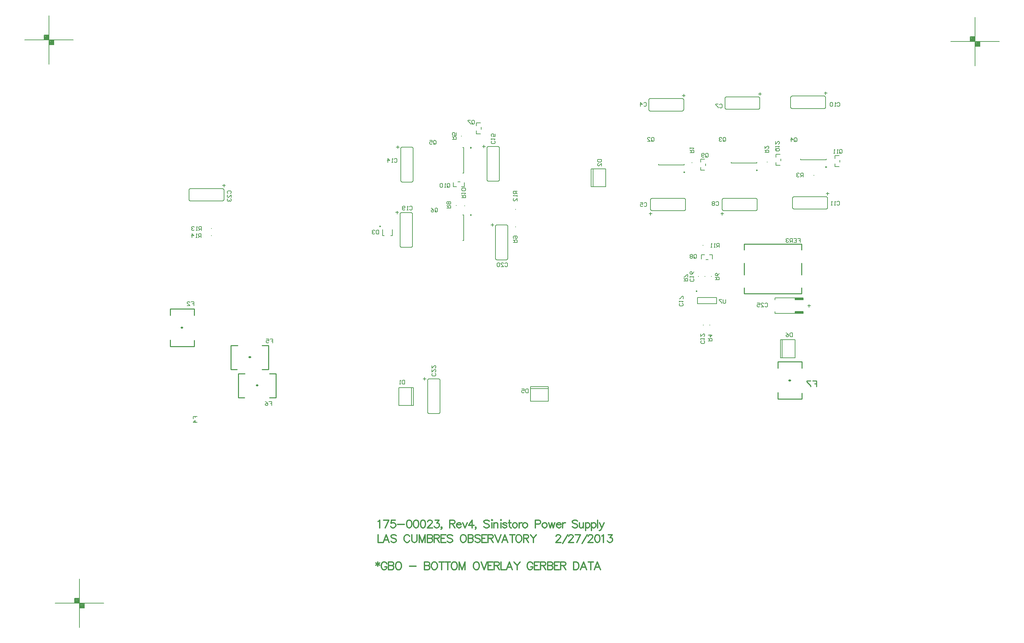
<source format=gbo>
%FSLAX23Y23*%
%MOIN*%
G70*
G01*
G75*
G04 Layer_Color=32896*
%ADD10O,0.024X0.079*%
%ADD11R,0.050X0.050*%
%ADD12O,0.014X0.067*%
%ADD13R,0.059X0.039*%
%ADD14R,0.036X0.036*%
%ADD15R,0.209X0.079*%
%ADD16C,0.010*%
%ADD17C,0.025*%
%ADD18C,0.050*%
%ADD19C,0.020*%
%ADD20C,0.100*%
%ADD21C,0.007*%
%ADD22C,0.012*%
%ADD23C,0.008*%
%ADD24C,0.012*%
%ADD25C,0.012*%
%ADD26R,0.100X0.100*%
%ADD27C,0.100*%
%ADD28R,0.100X0.100*%
%ADD29C,0.020*%
%ADD30C,0.063*%
%ADD31R,0.063X0.063*%
%ADD32C,0.070*%
%ADD33C,0.110*%
%ADD34R,0.110X0.110*%
%ADD35C,0.079*%
%ADD36C,0.059*%
%ADD37C,0.080*%
%ADD38C,0.065*%
%ADD39R,0.059X0.059*%
%ADD40R,0.059X0.059*%
%ADD41C,0.120*%
%ADD42R,0.120X0.120*%
%ADD43R,0.079X0.079*%
%ADD44R,0.079X0.079*%
%ADD45C,0.197*%
%ADD46C,0.157*%
%ADD47C,0.024*%
%ADD48C,0.050*%
%ADD49C,0.040*%
%ADD50C,0.005*%
G04:AMPARAMS|DCode=51|XSize=120mil|YSize=120mil|CornerRadius=0mil|HoleSize=0mil|Usage=FLASHONLY|Rotation=0.000|XOffset=0mil|YOffset=0mil|HoleType=Round|Shape=Relief|Width=10mil|Gap=10mil|Entries=4|*
%AMTHD51*
7,0,0,0.120,0.100,0.010,45*
%
%ADD51THD51*%
%ADD52C,0.030*%
%ADD53C,0.059*%
%ADD54C,0.060*%
G04:AMPARAMS|DCode=55|XSize=100mil|YSize=100mil|CornerRadius=0mil|HoleSize=0mil|Usage=FLASHONLY|Rotation=0.000|XOffset=0mil|YOffset=0mil|HoleType=Round|Shape=Relief|Width=10mil|Gap=10mil|Entries=4|*
%AMTHD55*
7,0,0,0.100,0.080,0.010,45*
%
%ADD55THD55*%
%ADD56C,0.091*%
%ADD57C,0.067*%
%ADD58C,0.170*%
%ADD59C,0.072*%
G04:AMPARAMS|DCode=60|XSize=112mil|YSize=112mil|CornerRadius=0mil|HoleSize=0mil|Usage=FLASHONLY|Rotation=0.000|XOffset=0mil|YOffset=0mil|HoleType=Round|Shape=Relief|Width=10mil|Gap=10mil|Entries=4|*
%AMTHD60*
7,0,0,0.112,0.092,0.010,45*
%
%ADD60THD60*%
%ADD61C,0.059*%
%ADD62C,0.055*%
G04:AMPARAMS|DCode=63|XSize=95.433mil|YSize=95.433mil|CornerRadius=0mil|HoleSize=0mil|Usage=FLASHONLY|Rotation=0.000|XOffset=0mil|YOffset=0mil|HoleType=Round|Shape=Relief|Width=10mil|Gap=10mil|Entries=4|*
%AMTHD63*
7,0,0,0.095,0.075,0.010,45*
%
%ADD63THD63*%
%ADD64C,0.090*%
G04:AMPARAMS|DCode=65|XSize=107.244mil|YSize=107.244mil|CornerRadius=0mil|HoleSize=0mil|Usage=FLASHONLY|Rotation=0.000|XOffset=0mil|YOffset=0mil|HoleType=Round|Shape=Relief|Width=10mil|Gap=10mil|Entries=4|*
%AMTHD65*
7,0,0,0.107,0.087,0.010,45*
%
%ADD65THD65*%
%ADD66C,0.145*%
%ADD67C,0.186*%
G04:AMPARAMS|DCode=68|XSize=70mil|YSize=70mil|CornerRadius=0mil|HoleSize=0mil|Usage=FLASHONLY|Rotation=0.000|XOffset=0mil|YOffset=0mil|HoleType=Round|Shape=Relief|Width=10mil|Gap=10mil|Entries=4|*
%AMTHD68*
7,0,0,0.070,0.050,0.010,45*
%
%ADD68THD68*%
%ADD69C,0.048*%
G04:AMPARAMS|DCode=70|XSize=88mil|YSize=88mil|CornerRadius=0mil|HoleSize=0mil|Usage=FLASHONLY|Rotation=0.000|XOffset=0mil|YOffset=0mil|HoleType=Round|Shape=Relief|Width=10mil|Gap=10mil|Entries=4|*
%AMTHD70*
7,0,0,0.088,0.068,0.010,45*
%
%ADD70THD70*%
%ADD71C,0.008*%
G04:AMPARAMS|DCode=72|XSize=99.37mil|YSize=99.37mil|CornerRadius=0mil|HoleSize=0mil|Usage=FLASHONLY|Rotation=0.000|XOffset=0mil|YOffset=0mil|HoleType=Round|Shape=Relief|Width=10mil|Gap=10mil|Entries=4|*
%AMTHD72*
7,0,0,0.099,0.079,0.010,45*
%
%ADD72THD72*%
%ADD73R,0.268X0.272*%
%ADD74R,0.037X0.075*%
%ADD75R,0.035X0.037*%
%ADD76R,0.035X0.037*%
%ADD77R,0.102X0.094*%
%ADD78R,0.063X0.075*%
%ADD79O,0.028X0.098*%
%ADD80R,0.036X0.032*%
%ADD81R,0.150X0.106*%
%ADD82R,0.050X0.050*%
%ADD83R,0.036X0.036*%
%ADD84R,0.272X0.268*%
%ADD85R,0.075X0.037*%
%ADD86R,0.032X0.036*%
%ADD87R,0.079X0.209*%
%ADD88C,0.010*%
%ADD89C,0.010*%
%ADD90C,0.024*%
%ADD91C,0.020*%
%ADD92C,0.030*%
%ADD93C,0.015*%
%ADD94C,0.007*%
%ADD95C,0.006*%
%ADD96C,0.012*%
%ADD97C,0.006*%
%ADD98R,0.043X0.008*%
%ADD99R,0.257X0.184*%
%ADD100O,0.028X0.083*%
%ADD101R,0.054X0.054*%
%ADD102O,0.018X0.071*%
%ADD103R,0.063X0.043*%
%ADD104R,0.040X0.040*%
%ADD105R,0.213X0.083*%
%ADD106R,0.104X0.104*%
%ADD107C,0.104*%
%ADD108R,0.104X0.104*%
%ADD109C,0.067*%
%ADD110R,0.067X0.067*%
%ADD111C,0.074*%
%ADD112C,0.114*%
%ADD113R,0.114X0.114*%
%ADD114C,0.083*%
%ADD115C,0.063*%
%ADD116C,0.084*%
%ADD117C,0.069*%
%ADD118R,0.063X0.063*%
%ADD119R,0.063X0.063*%
%ADD120C,0.124*%
%ADD121R,0.124X0.124*%
%ADD122R,0.083X0.083*%
%ADD123R,0.083X0.083*%
%ADD124C,0.190*%
%ADD125C,0.161*%
%ADD126C,0.028*%
%ADD127C,0.054*%
%ADD128R,0.332X0.120*%
%ADD129R,1.912X0.311*%
%ADD130R,0.272X0.276*%
%ADD131R,0.041X0.079*%
%ADD132R,0.039X0.041*%
%ADD133R,0.039X0.041*%
%ADD134R,0.106X0.098*%
%ADD135R,0.067X0.079*%
%ADD136O,0.032X0.102*%
%ADD137R,0.040X0.036*%
%ADD138R,0.154X0.110*%
%ADD139R,0.054X0.054*%
%ADD140R,0.040X0.040*%
%ADD141R,0.276X0.272*%
%ADD142R,0.079X0.041*%
%ADD143R,0.036X0.040*%
%ADD144R,0.083X0.213*%
%ADD145R,0.082X0.020*%
D16*
X23722Y17258D02*
X24312D01*
Y17318D01*
X23722Y17258D02*
Y17318D01*
Y17768D02*
X24312D01*
Y17708D02*
Y17768D01*
X23722Y17708D02*
Y17768D01*
Y17453D02*
Y17573D01*
X24312Y17453D02*
Y17573D01*
X24424Y16361D02*
X24464D01*
Y16331D01*
X24444D01*
X24464D01*
Y16301D01*
X24404Y16361D02*
X24364D01*
Y16351D01*
X24404Y16311D01*
Y16301D01*
D21*
X24389Y17120D02*
Y17150D01*
X24374Y17135D02*
X24404D01*
X24544Y19322D02*
X24574D01*
X24559Y19307D02*
Y19337D01*
X18375Y18356D02*
Y18386D01*
X18360Y18371D02*
X18390D01*
X20422Y16383D02*
X20452D01*
X20437Y16368D02*
Y16398D01*
X21119Y17966D02*
X21149D01*
X21134Y17951D02*
Y17981D01*
X20139Y18094D02*
X20169D01*
X20154Y18079D02*
Y18109D01*
X21032Y18773D02*
X21062D01*
X21047Y18758D02*
Y18788D01*
X20146Y18766D02*
X20176D01*
X20161Y18751D02*
Y18781D01*
X24579Y18273D02*
Y18303D01*
X24564Y18288D02*
X24594D01*
X23496Y18066D02*
Y18096D01*
X23481Y18081D02*
X23511D01*
X23884Y19298D02*
Y19328D01*
X23869Y19313D02*
X23899D01*
X22759Y18066D02*
Y18096D01*
X22744Y18081D02*
X22774D01*
X23102Y19281D02*
Y19311D01*
X23087Y19296D02*
X23117D01*
X24237Y18830D02*
Y18856D01*
X24244Y18863D01*
X24257D01*
X24264Y18856D01*
Y18830D01*
X24257Y18823D01*
X24244D01*
X24251Y18836D02*
X24237Y18823D01*
X24244D02*
X24237Y18830D01*
X24204Y18823D02*
Y18863D01*
X24224Y18843D01*
X24198D01*
X19964Y17913D02*
Y17873D01*
X19944D01*
X19938Y17880D01*
Y17906D01*
X19944Y17913D01*
X19964D01*
X19924Y17906D02*
X19918Y17913D01*
X19904D01*
X19898Y17906D01*
Y17900D01*
X19904Y17893D01*
X19911D01*
X19904D01*
X19898Y17886D01*
Y17880D01*
X19904Y17873D01*
X19918D01*
X19924Y17880D01*
X24051Y18751D02*
X24077D01*
X24084Y18744D01*
Y18731D01*
X24077Y18724D01*
X24051D01*
X24044Y18731D01*
Y18744D01*
X24057Y18737D02*
X24044Y18751D01*
Y18744D02*
X24051Y18751D01*
X24044Y18764D02*
Y18777D01*
Y18771D01*
X24084D01*
X24077Y18764D01*
X24044Y18824D02*
Y18797D01*
X24071Y18824D01*
X24077D01*
X24084Y18817D01*
Y18804D01*
X24077Y18797D01*
X23937Y17155D02*
X23943Y17162D01*
X23956D01*
X23963Y17155D01*
Y17129D01*
X23956Y17122D01*
X23943D01*
X23937Y17129D01*
X23897Y17122D02*
X23923D01*
X23897Y17149D01*
Y17155D01*
X23903Y17162D01*
X23917D01*
X23923Y17155D01*
X23857Y17162D02*
X23883D01*
Y17142D01*
X23870Y17149D01*
X23863D01*
X23857Y17142D01*
Y17129D01*
X23863Y17122D01*
X23877D01*
X23883Y17129D01*
X18059Y15971D02*
Y15997D01*
X18079D01*
Y15984D01*
Y15997D01*
X18099D01*
Y15937D02*
X18059D01*
X18079Y15957D01*
Y15931D01*
X23531Y17200D02*
Y17167D01*
X23524Y17160D01*
X23511D01*
X23504Y17167D01*
Y17200D01*
X23491D02*
X23465D01*
Y17193D01*
X23491Y17167D01*
Y17160D01*
X20232Y16370D02*
Y16330D01*
X20212D01*
X20205Y16336D01*
Y16363D01*
X20212Y16370D01*
X20232D01*
X20192Y16330D02*
X20179D01*
X20185D01*
Y16370D01*
X20192Y16363D01*
X24271Y17827D02*
X24298D01*
Y17807D01*
X24285D01*
X24298D01*
Y17787D01*
X24232Y17827D02*
X24258D01*
Y17787D01*
X24232D01*
X24258Y17807D02*
X24245D01*
X24218Y17787D02*
Y17827D01*
X24198D01*
X24192Y17820D01*
Y17807D01*
X24198Y17800D01*
X24218D01*
X24205D02*
X24192Y17787D01*
X24178Y17820D02*
X24172Y17827D01*
X24158D01*
X24152Y17820D01*
Y17814D01*
X24158Y17807D01*
X24165D01*
X24158D01*
X24152Y17800D01*
Y17794D01*
X24158Y17787D01*
X24172D01*
X24178Y17794D01*
X18138Y17836D02*
Y17876D01*
X18118D01*
X18111Y17869D01*
Y17856D01*
X18118Y17849D01*
X18138D01*
X18125D02*
X18111Y17836D01*
X18098D02*
X18085D01*
X18092D01*
Y17876D01*
X18098Y17869D01*
X18045Y17836D02*
Y17876D01*
X18065Y17856D01*
X18038D01*
X18142Y17909D02*
Y17949D01*
X18122D01*
X18115Y17942D01*
Y17929D01*
X18122Y17922D01*
X18142D01*
X18129D02*
X18115Y17909D01*
X18102D02*
X18089D01*
X18096D01*
Y17949D01*
X18102Y17942D01*
X18069D02*
X18062Y17949D01*
X18049D01*
X18042Y17942D01*
Y17936D01*
X18049Y17929D01*
X18056D01*
X18049D01*
X18042Y17922D01*
Y17916D01*
X18049Y17909D01*
X18062D01*
X18069Y17916D01*
X21389Y18311D02*
X21349D01*
Y18291D01*
X21356Y18284D01*
X21369D01*
X21376Y18291D01*
Y18311D01*
Y18298D02*
X21389Y18284D01*
Y18271D02*
Y18258D01*
Y18264D01*
X21349D01*
X21356Y18271D01*
X21389Y18211D02*
Y18238D01*
X21363Y18211D01*
X21356D01*
X21349Y18218D01*
Y18231D01*
X21356Y18238D01*
X23466Y17735D02*
Y17775D01*
X23446D01*
X23440Y17768D01*
Y17755D01*
X23446Y17748D01*
X23466D01*
X23453D02*
X23440Y17735D01*
X23426D02*
X23413D01*
X23420D01*
Y17775D01*
X23426Y17768D01*
X23393Y17735D02*
X23380D01*
X23386D01*
Y17775D01*
X23393Y17768D01*
X20820Y18244D02*
X20860D01*
Y18264D01*
X20853Y18271D01*
X20840D01*
X20833Y18264D01*
Y18244D01*
Y18257D02*
X20820Y18271D01*
Y18284D02*
Y18297D01*
Y18291D01*
X20860D01*
X20853Y18284D01*
Y18317D02*
X20860Y18324D01*
Y18337D01*
X20853Y18344D01*
X20827D01*
X20820Y18337D01*
Y18324D01*
X20827Y18317D01*
X20853D01*
X21349Y17785D02*
X21389D01*
Y17805D01*
X21382Y17812D01*
X21369D01*
X21362Y17805D01*
Y17785D01*
Y17798D02*
X21349Y17812D01*
X21356Y17825D02*
X21349Y17832D01*
Y17845D01*
X21356Y17852D01*
X21382D01*
X21389Y17845D01*
Y17832D01*
X21382Y17825D01*
X21376D01*
X21369Y17832D01*
Y17852D01*
X20665Y18139D02*
X20705D01*
Y18159D01*
X20698Y18166D01*
X20685D01*
X20678Y18159D01*
Y18139D01*
Y18152D02*
X20665Y18166D01*
X20698Y18179D02*
X20705Y18186D01*
Y18199D01*
X20698Y18206D01*
X20692D01*
X20685Y18199D01*
X20678Y18206D01*
X20672D01*
X20665Y18199D01*
Y18186D01*
X20672Y18179D01*
X20678D01*
X20685Y18186D01*
X20692Y18179D01*
X20698D01*
X20685Y18186D02*
Y18199D01*
X23101Y17388D02*
X23141D01*
Y17408D01*
X23134Y17415D01*
X23121D01*
X23114Y17408D01*
Y17388D01*
Y17401D02*
X23101Y17415D01*
X23141Y17428D02*
Y17455D01*
X23134D01*
X23108Y17428D01*
X23101D01*
X23427Y17402D02*
X23467D01*
Y17422D01*
X23460Y17429D01*
X23447D01*
X23440Y17422D01*
Y17402D01*
Y17415D02*
X23427Y17429D01*
X23467Y17469D02*
X23460Y17455D01*
X23447Y17442D01*
X23434D01*
X23427Y17449D01*
Y17462D01*
X23434Y17469D01*
X23440D01*
X23447Y17462D01*
Y17442D01*
X20723Y18847D02*
X20763D01*
Y18867D01*
X20756Y18874D01*
X20743D01*
X20736Y18867D01*
Y18847D01*
Y18860D02*
X20723Y18874D01*
X20763Y18914D02*
Y18887D01*
X20743D01*
X20750Y18900D01*
Y18907D01*
X20743Y18914D01*
X20730D01*
X20723Y18907D01*
Y18894D01*
X20730Y18887D01*
X23934Y18711D02*
X23974D01*
Y18731D01*
X23967Y18737D01*
X23954D01*
X23947Y18731D01*
Y18711D01*
Y18724D02*
X23934Y18737D01*
Y18777D02*
Y18751D01*
X23960Y18777D01*
X23967D01*
X23974Y18771D01*
Y18757D01*
X23967Y18751D01*
X23166Y18710D02*
X23206D01*
Y18730D01*
X23200Y18737D01*
X23186D01*
X23180Y18730D01*
Y18710D01*
Y18723D02*
X23166Y18737D01*
Y18750D02*
Y18763D01*
Y18757D01*
X23206D01*
X23200Y18750D01*
X23324Y18670D02*
Y18696D01*
X23331Y18703D01*
X23344D01*
X23351Y18696D01*
Y18670D01*
X23344Y18663D01*
X23331D01*
X23338Y18676D02*
X23324Y18663D01*
X23331D02*
X23324Y18670D01*
X23311D02*
X23305Y18663D01*
X23291D01*
X23285Y18670D01*
Y18696D01*
X23291Y18703D01*
X23305D01*
X23311Y18696D01*
Y18690D01*
X23305Y18683D01*
X23285D01*
X23205Y17629D02*
Y17655D01*
X23212Y17662D01*
X23225D01*
X23232Y17655D01*
Y17629D01*
X23225Y17622D01*
X23212D01*
X23219Y17635D02*
X23205Y17622D01*
X23212D02*
X23205Y17629D01*
X23192Y17655D02*
X23186Y17662D01*
X23172D01*
X23166Y17655D01*
Y17649D01*
X23172Y17642D01*
X23166Y17635D01*
Y17629D01*
X23172Y17622D01*
X23186D01*
X23192Y17629D01*
Y17635D01*
X23186Y17642D01*
X23192Y17649D01*
Y17655D01*
X23186Y17642D02*
X23172D01*
X20921Y19008D02*
Y19034D01*
X20928Y19041D01*
X20941D01*
X20948Y19034D01*
Y19008D01*
X20941Y19001D01*
X20928D01*
X20935Y19014D02*
X20921Y19001D01*
X20928D02*
X20921Y19008D01*
X20908Y19041D02*
X20882D01*
Y19034D01*
X20908Y19008D01*
Y19001D01*
X20544Y18105D02*
Y18131D01*
X20550Y18138D01*
X20563D01*
X20570Y18131D01*
Y18105D01*
X20563Y18098D01*
X20550D01*
X20557Y18111D02*
X20544Y18098D01*
X20550D02*
X20544Y18105D01*
X20504Y18138D02*
X20517Y18131D01*
X20530Y18118D01*
Y18105D01*
X20524Y18098D01*
X20510D01*
X20504Y18105D01*
Y18111D01*
X20510Y18118D01*
X20530D01*
X20528Y18801D02*
Y18827D01*
X20534Y18834D01*
X20547D01*
X20554Y18827D01*
Y18801D01*
X20547Y18794D01*
X20534D01*
X20541Y18807D02*
X20528Y18794D01*
X20534D02*
X20528Y18801D01*
X20488Y18834D02*
X20514D01*
Y18814D01*
X20501Y18821D01*
X20494D01*
X20488Y18814D01*
Y18801D01*
X20494Y18794D01*
X20508D01*
X20514Y18801D01*
X23506Y18831D02*
Y18857D01*
X23513Y18864D01*
X23526D01*
X23533Y18857D01*
Y18831D01*
X23526Y18824D01*
X23513D01*
X23519Y18837D02*
X23506Y18824D01*
X23513D02*
X23506Y18831D01*
X23493Y18857D02*
X23486Y18864D01*
X23473D01*
X23466Y18857D01*
Y18851D01*
X23473Y18844D01*
X23479D01*
X23473D01*
X23466Y18837D01*
Y18831D01*
X23473Y18824D01*
X23486D01*
X23493Y18831D01*
X22770Y18832D02*
Y18858D01*
X22776Y18865D01*
X22789D01*
X22796Y18858D01*
Y18832D01*
X22789Y18825D01*
X22776D01*
X22783Y18838D02*
X22770Y18825D01*
X22776D02*
X22770Y18832D01*
X22730Y18825D02*
X22756D01*
X22730Y18852D01*
Y18858D01*
X22736Y18865D01*
X22750D01*
X22756Y18858D01*
X24218Y16857D02*
Y16817D01*
X24198D01*
X24191Y16824D01*
Y16850D01*
X24198Y16857D01*
X24218D01*
X24152D02*
X24165Y16850D01*
X24178Y16837D01*
Y16824D01*
X24172Y16817D01*
X24158D01*
X24152Y16824D01*
Y16830D01*
X24158Y16837D01*
X24178D01*
X21503Y16278D02*
Y16238D01*
X21483D01*
X21476Y16245D01*
Y16271D01*
X21483Y16278D01*
X21503D01*
X21437D02*
X21463D01*
Y16258D01*
X21450Y16265D01*
X21443D01*
X21437Y16258D01*
Y16245D01*
X21443Y16238D01*
X21457D01*
X21463Y16245D01*
X22217Y18639D02*
X22257D01*
Y18619D01*
X22250Y18613D01*
X22224D01*
X22217Y18619D01*
Y18639D01*
X22257Y18573D02*
Y18599D01*
X22230Y18573D01*
X22224D01*
X22217Y18579D01*
Y18593D01*
X22224Y18599D01*
X18415Y18289D02*
X18408Y18296D01*
Y18309D01*
X18415Y18316D01*
X18441D01*
X18448Y18309D01*
Y18296D01*
X18441Y18289D01*
X18448Y18249D02*
Y18276D01*
X18421Y18249D01*
X18415D01*
X18408Y18256D01*
Y18269D01*
X18415Y18276D01*
Y18236D02*
X18408Y18229D01*
Y18216D01*
X18415Y18209D01*
X18421D01*
X18428Y18216D01*
Y18222D01*
Y18216D01*
X18435Y18209D01*
X18441D01*
X18448Y18216D01*
Y18229D01*
X18441Y18236D01*
X20546Y16439D02*
X20553Y16432D01*
Y16419D01*
X20546Y16412D01*
X20520D01*
X20513Y16419D01*
Y16432D01*
X20520Y16439D01*
X20513Y16479D02*
Y16452D01*
X20540Y16479D01*
X20546D01*
X20553Y16472D01*
Y16459D01*
X20546Y16452D01*
X20513Y16519D02*
Y16492D01*
X20540Y16519D01*
X20546D01*
X20553Y16512D01*
Y16499D01*
X20546Y16492D01*
X21263Y17570D02*
X21269Y17577D01*
X21282D01*
X21289Y17570D01*
Y17544D01*
X21282Y17537D01*
X21269D01*
X21263Y17544D01*
X21223Y17537D02*
X21249D01*
X21223Y17564D01*
Y17570D01*
X21229Y17577D01*
X21243D01*
X21249Y17570D01*
X21209D02*
X21203Y17577D01*
X21189D01*
X21183Y17570D01*
Y17544D01*
X21189Y17537D01*
X21203D01*
X21209Y17544D01*
Y17570D01*
X20282Y18153D02*
X20289Y18160D01*
X20302D01*
X20309Y18153D01*
Y18127D01*
X20302Y18120D01*
X20289D01*
X20282Y18127D01*
X20269Y18120D02*
X20256D01*
X20263D01*
Y18160D01*
X20269Y18153D01*
X20236Y18127D02*
X20229Y18120D01*
X20216D01*
X20209Y18127D01*
Y18153D01*
X20216Y18160D01*
X20229D01*
X20236Y18153D01*
Y18147D01*
X20229Y18140D01*
X20209D01*
X23087Y17159D02*
X23094Y17152D01*
Y17139D01*
X23087Y17132D01*
X23061D01*
X23054Y17139D01*
Y17152D01*
X23061Y17159D01*
X23054Y17172D02*
Y17185D01*
Y17179D01*
X23094D01*
X23087Y17172D01*
X23094Y17205D02*
Y17232D01*
X23087D01*
X23061Y17205D01*
X23054D01*
X23199Y17412D02*
X23206Y17405D01*
Y17392D01*
X23199Y17385D01*
X23173D01*
X23166Y17392D01*
Y17405D01*
X23173Y17412D01*
X23166Y17425D02*
Y17438D01*
Y17432D01*
X23206D01*
X23199Y17425D01*
X23206Y17485D02*
X23199Y17472D01*
X23186Y17458D01*
X23173D01*
X23166Y17465D01*
Y17478D01*
X23173Y17485D01*
X23179D01*
X23186Y17478D01*
Y17458D01*
X21154Y18828D02*
X21161Y18821D01*
Y18808D01*
X21154Y18801D01*
X21128D01*
X21121Y18808D01*
Y18821D01*
X21128Y18828D01*
X21121Y18841D02*
Y18854D01*
Y18848D01*
X21161D01*
X21154Y18841D01*
X21161Y18901D02*
Y18874D01*
X21141D01*
X21148Y18888D01*
Y18894D01*
X21141Y18901D01*
X21128D01*
X21121Y18894D01*
Y18881D01*
X21128Y18874D01*
X20125Y18642D02*
X20132Y18649D01*
X20145D01*
X20152Y18642D01*
Y18616D01*
X20145Y18609D01*
X20132D01*
X20125Y18616D01*
X20112Y18609D02*
X20099D01*
X20106D01*
Y18649D01*
X20112Y18642D01*
X20059Y18609D02*
Y18649D01*
X20079Y18629D01*
X20052D01*
X23310Y16774D02*
X23317Y16767D01*
Y16754D01*
X23310Y16747D01*
X23284D01*
X23277Y16754D01*
Y16767D01*
X23284Y16774D01*
X23277Y16787D02*
Y16800D01*
Y16794D01*
X23317D01*
X23310Y16787D01*
X23277Y16847D02*
Y16820D01*
X23304Y16847D01*
X23310D01*
X23317Y16840D01*
Y16827D01*
X23310Y16820D01*
X24676Y18201D02*
X24683Y18208D01*
X24696D01*
X24703Y18201D01*
Y18175D01*
X24696Y18168D01*
X24683D01*
X24676Y18175D01*
X24663Y18168D02*
X24650D01*
X24656D01*
Y18208D01*
X24663Y18201D01*
X24630Y18168D02*
X24616D01*
X24623D01*
Y18208D01*
X24630Y18201D01*
X23431Y18198D02*
X23438Y18205D01*
X23451D01*
X23458Y18198D01*
Y18172D01*
X23451Y18165D01*
X23438D01*
X23431Y18172D01*
X23418Y18198D02*
X23412Y18205D01*
X23398D01*
X23392Y18198D01*
Y18192D01*
X23398Y18185D01*
X23392Y18178D01*
Y18172D01*
X23398Y18165D01*
X23412D01*
X23418Y18172D01*
Y18178D01*
X23412Y18185D01*
X23418Y18192D01*
Y18198D01*
X23412Y18185D02*
X23398D01*
X23469Y19201D02*
X23476Y19208D01*
X23489D01*
X23496Y19201D01*
Y19175D01*
X23489Y19168D01*
X23476D01*
X23469Y19175D01*
X23456Y19208D02*
X23430D01*
Y19201D01*
X23456Y19175D01*
Y19168D01*
X22694Y18189D02*
X22700Y18196D01*
X22713D01*
X22720Y18189D01*
Y18163D01*
X22713Y18156D01*
X22700D01*
X22694Y18163D01*
X22654Y18196D02*
X22680D01*
Y18176D01*
X22667Y18183D01*
X22660D01*
X22654Y18176D01*
Y18163D01*
X22660Y18156D01*
X22674D01*
X22680Y18163D01*
X22691Y19218D02*
X22697Y19225D01*
X22710D01*
X22717Y19218D01*
Y19192D01*
X22710Y19185D01*
X22697D01*
X22691Y19192D01*
X22657Y19185D02*
Y19225D01*
X22677Y19205D01*
X22651D01*
X24328Y18460D02*
Y18500D01*
X24308D01*
X24302Y18493D01*
Y18480D01*
X24308Y18473D01*
X24328D01*
X24315D02*
X24302Y18460D01*
X24288Y18493D02*
X24282Y18500D01*
X24268D01*
X24262Y18493D01*
Y18487D01*
X24268Y18480D01*
X24275D01*
X24268D01*
X24262Y18473D01*
Y18467D01*
X24268Y18460D01*
X24282D01*
X24288Y18467D01*
X23353Y16772D02*
X23393D01*
Y16792D01*
X23386Y16799D01*
X23373D01*
X23366Y16792D01*
Y16772D01*
Y16785D02*
X23353Y16799D01*
Y16832D02*
X23393D01*
X23373Y16812D01*
Y16839D01*
X18037Y17175D02*
X18064D01*
Y17155D01*
X18050D01*
X18064D01*
Y17135D01*
X17997D02*
X18024D01*
X17997Y17162D01*
Y17169D01*
X18004Y17175D01*
X18017D01*
X18024Y17169D01*
X18848Y16791D02*
X18875D01*
Y16771D01*
X18862D01*
X18875D01*
Y16751D01*
X18809Y16791D02*
X18835D01*
Y16771D01*
X18822Y16778D01*
X18815D01*
X18809Y16771D01*
Y16758D01*
X18815Y16751D01*
X18829D01*
X18835Y16758D01*
X18837Y16150D02*
X18864D01*
Y16130D01*
X18851D01*
X18864D01*
Y16110D01*
X18798Y16150D02*
X18811Y16143D01*
X18824Y16130D01*
Y16117D01*
X18818Y16110D01*
X18804D01*
X18798Y16117D01*
Y16123D01*
X18804Y16130D01*
X18824D01*
X20670Y18359D02*
Y18385D01*
X20676Y18392D01*
X20689D01*
X20696Y18385D01*
Y18359D01*
X20689Y18352D01*
X20676D01*
X20683Y18365D02*
X20670Y18352D01*
X20676D02*
X20670Y18359D01*
X20656Y18352D02*
X20643D01*
X20650D01*
Y18392D01*
X20656Y18385D01*
X20623D02*
X20616Y18392D01*
X20603D01*
X20596Y18385D01*
Y18359D01*
X20603Y18352D01*
X20616D01*
X20623Y18359D01*
Y18385D01*
X24702Y18708D02*
Y18734D01*
X24709Y18741D01*
X24722D01*
X24729Y18734D01*
Y18708D01*
X24722Y18701D01*
X24709D01*
X24716Y18714D02*
X24702Y18701D01*
X24709D02*
X24702Y18708D01*
X24689Y18701D02*
X24676D01*
X24683D01*
Y18741D01*
X24689Y18734D01*
X24656Y18701D02*
X24643D01*
X24649D01*
Y18741D01*
X24656Y18734D01*
D22*
X19956Y14499D02*
Y14454D01*
X19937Y14488D02*
X19975Y14465D01*
Y14488D02*
X19937Y14465D01*
X20049Y14480D02*
X20045Y14488D01*
X20037Y14496D01*
X20030Y14499D01*
X20014D01*
X20007Y14496D01*
X19999Y14488D01*
X19995Y14480D01*
X19991Y14469D01*
Y14450D01*
X19995Y14439D01*
X19999Y14431D01*
X20007Y14423D01*
X20014Y14419D01*
X20030D01*
X20037Y14423D01*
X20045Y14431D01*
X20049Y14439D01*
Y14450D01*
X20030D02*
X20049D01*
X20067Y14499D02*
Y14419D01*
Y14499D02*
X20101D01*
X20113Y14496D01*
X20116Y14492D01*
X20120Y14484D01*
Y14477D01*
X20116Y14469D01*
X20113Y14465D01*
X20101Y14461D01*
X20067D02*
X20101D01*
X20113Y14458D01*
X20116Y14454D01*
X20120Y14446D01*
Y14435D01*
X20116Y14427D01*
X20113Y14423D01*
X20101Y14419D01*
X20067D01*
X20161Y14499D02*
X20153Y14496D01*
X20146Y14488D01*
X20142Y14480D01*
X20138Y14469D01*
Y14450D01*
X20142Y14439D01*
X20146Y14431D01*
X20153Y14423D01*
X20161Y14419D01*
X20176D01*
X20184Y14423D01*
X20191Y14431D01*
X20195Y14439D01*
X20199Y14450D01*
Y14469D01*
X20195Y14480D01*
X20191Y14488D01*
X20184Y14496D01*
X20176Y14499D01*
X20161D01*
X20281Y14454D02*
X20349D01*
X20436Y14499D02*
Y14419D01*
Y14499D02*
X20470D01*
X20481Y14496D01*
X20485Y14492D01*
X20489Y14484D01*
Y14477D01*
X20485Y14469D01*
X20481Y14465D01*
X20470Y14461D01*
X20436D02*
X20470D01*
X20481Y14458D01*
X20485Y14454D01*
X20489Y14446D01*
Y14435D01*
X20485Y14427D01*
X20481Y14423D01*
X20470Y14419D01*
X20436D01*
X20530Y14499D02*
X20522Y14496D01*
X20514Y14488D01*
X20511Y14480D01*
X20507Y14469D01*
Y14450D01*
X20511Y14439D01*
X20514Y14431D01*
X20522Y14423D01*
X20530Y14419D01*
X20545D01*
X20553Y14423D01*
X20560Y14431D01*
X20564Y14439D01*
X20568Y14450D01*
Y14469D01*
X20564Y14480D01*
X20560Y14488D01*
X20553Y14496D01*
X20545Y14499D01*
X20530D01*
X20613D02*
Y14419D01*
X20586Y14499D02*
X20640D01*
X20676D02*
Y14419D01*
X20649Y14499D02*
X20703D01*
X20735D02*
X20727Y14496D01*
X20720Y14488D01*
X20716Y14480D01*
X20712Y14469D01*
Y14450D01*
X20716Y14439D01*
X20720Y14431D01*
X20727Y14423D01*
X20735Y14419D01*
X20750D01*
X20758Y14423D01*
X20765Y14431D01*
X20769Y14439D01*
X20773Y14450D01*
Y14469D01*
X20769Y14480D01*
X20765Y14488D01*
X20758Y14496D01*
X20750Y14499D01*
X20735D01*
X20792D02*
Y14419D01*
Y14499D02*
X20822Y14419D01*
X20853Y14499D02*
X20822Y14419D01*
X20853Y14499D02*
Y14419D01*
X20961Y14499D02*
X20954Y14496D01*
X20946Y14488D01*
X20942Y14480D01*
X20938Y14469D01*
Y14450D01*
X20942Y14439D01*
X20946Y14431D01*
X20954Y14423D01*
X20961Y14419D01*
X20976D01*
X20984Y14423D01*
X20992Y14431D01*
X20995Y14439D01*
X20999Y14450D01*
Y14469D01*
X20995Y14480D01*
X20992Y14488D01*
X20984Y14496D01*
X20976Y14499D01*
X20961D01*
X21018D02*
X21048Y14419D01*
X21079Y14499D02*
X21048Y14419D01*
X21139Y14499D02*
X21089D01*
Y14419D01*
X21139D01*
X21089Y14461D02*
X21120D01*
X21152Y14499D02*
Y14419D01*
Y14499D02*
X21186D01*
X21198Y14496D01*
X21202Y14492D01*
X21205Y14484D01*
Y14477D01*
X21202Y14469D01*
X21198Y14465D01*
X21186Y14461D01*
X21152D01*
X21179D02*
X21205Y14419D01*
X21223Y14499D02*
Y14419D01*
X21269D01*
X21339D02*
X21308Y14499D01*
X21278Y14419D01*
X21289Y14446D02*
X21327D01*
X21357Y14499D02*
X21388Y14461D01*
Y14419D01*
X21418Y14499D02*
X21388Y14461D01*
X21548Y14480D02*
X21545Y14488D01*
X21537Y14496D01*
X21529Y14499D01*
X21514D01*
X21507Y14496D01*
X21499Y14488D01*
X21495Y14480D01*
X21491Y14469D01*
Y14450D01*
X21495Y14439D01*
X21499Y14431D01*
X21507Y14423D01*
X21514Y14419D01*
X21529D01*
X21537Y14423D01*
X21545Y14431D01*
X21548Y14439D01*
Y14450D01*
X21529D02*
X21548D01*
X21616Y14499D02*
X21567D01*
Y14419D01*
X21616D01*
X21567Y14461D02*
X21597D01*
X21630Y14499D02*
Y14419D01*
Y14499D02*
X21664D01*
X21675Y14496D01*
X21679Y14492D01*
X21683Y14484D01*
Y14477D01*
X21679Y14469D01*
X21675Y14465D01*
X21664Y14461D01*
X21630D01*
X21656D02*
X21683Y14419D01*
X21701Y14499D02*
Y14419D01*
Y14499D02*
X21735D01*
X21747Y14496D01*
X21750Y14492D01*
X21754Y14484D01*
Y14477D01*
X21750Y14469D01*
X21747Y14465D01*
X21735Y14461D01*
X21701D02*
X21735D01*
X21747Y14458D01*
X21750Y14454D01*
X21754Y14446D01*
Y14435D01*
X21750Y14427D01*
X21747Y14423D01*
X21735Y14419D01*
X21701D01*
X21822Y14499D02*
X21772D01*
Y14419D01*
X21822D01*
X21772Y14461D02*
X21803D01*
X21835Y14499D02*
Y14419D01*
Y14499D02*
X21869D01*
X21881Y14496D01*
X21884Y14492D01*
X21888Y14484D01*
Y14477D01*
X21884Y14469D01*
X21881Y14465D01*
X21869Y14461D01*
X21835D01*
X21862D02*
X21888Y14419D01*
X21969Y14499D02*
Y14419D01*
Y14499D02*
X21996D01*
X22007Y14496D01*
X22015Y14488D01*
X22018Y14480D01*
X22022Y14469D01*
Y14450D01*
X22018Y14439D01*
X22015Y14431D01*
X22007Y14423D01*
X21996Y14419D01*
X21969D01*
X22101D02*
X22071Y14499D01*
X22040Y14419D01*
X22052Y14446D02*
X22090D01*
X22146Y14499D02*
Y14419D01*
X22120Y14499D02*
X22173D01*
X22244Y14419D02*
X22213Y14499D01*
X22183Y14419D01*
X22194Y14446D02*
X22232D01*
D23*
X24214Y19291D02*
X24204Y19287D01*
X24200Y19277D01*
Y19177D02*
X24204Y19167D01*
X24214Y19163D01*
X24544D02*
X24554Y19167D01*
X24558Y19177D01*
Y19277D02*
X24554Y19287D01*
X24544Y19291D01*
X18374Y18326D02*
X18370Y18336D01*
X18360Y18340D01*
Y18212D02*
X18370Y18216D01*
X18374Y18226D01*
X18016D02*
X18020Y18216D01*
X18030Y18212D01*
Y18340D02*
X18020Y18336D01*
X18016Y18326D01*
X20482Y16382D02*
X20472Y16378D01*
X20468Y16368D01*
X20596D02*
X20592Y16378D01*
X20582Y16382D01*
Y16024D02*
X20592Y16028D01*
X20596Y16038D01*
X20468D02*
X20472Y16028D01*
X20482Y16024D01*
X21179Y17965D02*
X21169Y17961D01*
X21165Y17951D01*
X21293D02*
X21289Y17961D01*
X21279Y17965D01*
Y17607D02*
X21289Y17611D01*
X21293Y17621D01*
X21165D02*
X21169Y17611D01*
X21179Y17607D01*
X20199Y18093D02*
X20189Y18089D01*
X20185Y18079D01*
X20313D02*
X20309Y18089D01*
X20299Y18093D01*
Y17735D02*
X20309Y17739D01*
X20313Y17749D01*
X20185D02*
X20189Y17739D01*
X20199Y17735D01*
X21092Y18772D02*
X21082Y18768D01*
X21078Y18758D01*
X21206D02*
X21202Y18768D01*
X21192Y18772D01*
Y18414D02*
X21202Y18418D01*
X21206Y18428D01*
X21078D02*
X21082Y18418D01*
X21092Y18414D01*
X20206Y18765D02*
X20196Y18761D01*
X20192Y18751D01*
X20320D02*
X20316Y18761D01*
X20306Y18765D01*
Y18407D02*
X20316Y18411D01*
X20320Y18421D01*
X20192D02*
X20196Y18411D01*
X20206Y18407D01*
X24578Y18243D02*
X24574Y18253D01*
X24564Y18257D01*
Y18129D02*
X24574Y18133D01*
X24578Y18143D01*
X24220D02*
X24224Y18133D01*
X24234Y18129D01*
Y18257D02*
X24224Y18253D01*
X24220Y18243D01*
X23497Y18126D02*
X23501Y18116D01*
X23511Y18112D01*
Y18240D02*
X23501Y18236D01*
X23497Y18226D01*
X23855D02*
X23851Y18236D01*
X23841Y18240D01*
Y18112D02*
X23851Y18116D01*
X23855Y18126D01*
X23883Y19268D02*
X23879Y19278D01*
X23869Y19282D01*
Y19154D02*
X23879Y19158D01*
X23883Y19168D01*
X23525D02*
X23529Y19158D01*
X23539Y19154D01*
Y19282D02*
X23529Y19278D01*
X23525Y19268D01*
X22760Y18126D02*
X22764Y18116D01*
X22774Y18112D01*
Y18240D02*
X22764Y18236D01*
X22760Y18226D01*
X23118D02*
X23114Y18236D01*
X23104Y18240D01*
Y18112D02*
X23114Y18116D01*
X23118Y18126D01*
X23101Y19251D02*
X23097Y19261D01*
X23087Y19265D01*
Y19137D02*
X23097Y19141D01*
X23101Y19151D01*
X22743D02*
X22747Y19141D01*
X22757Y19137D01*
Y19265D02*
X22747Y19261D01*
X22743Y19251D01*
X24247Y17195D02*
Y17215D01*
Y17055D02*
Y17075D01*
X24039Y17195D02*
Y17215D01*
X24329Y17195D02*
Y17215D01*
Y17055D02*
Y17075D01*
X24039Y17055D02*
Y17075D01*
X24247Y17195D02*
X24329D01*
X24247Y17075D02*
X24329D01*
X24039Y17215D02*
X24329D01*
X24039Y17055D02*
X24329D01*
X24200Y19177D02*
Y19277D01*
X24558Y19177D02*
Y19277D01*
X24214Y19291D02*
X24544D01*
X24214Y19163D02*
X24544D01*
X18030Y18212D02*
X18360D01*
X18030Y18340D02*
X18360D01*
X18374Y18226D02*
Y18326D01*
X18016Y18226D02*
Y18326D01*
X20596Y16038D02*
Y16368D01*
X20468Y16038D02*
Y16368D01*
X20482Y16382D02*
X20582D01*
X20482Y16024D02*
X20582D01*
X21293Y17621D02*
Y17951D01*
X21165Y17621D02*
Y17951D01*
X21179Y17965D02*
X21279D01*
X21179Y17607D02*
X21279D01*
X20313Y17749D02*
Y18079D01*
X20185Y17749D02*
Y18079D01*
X20199Y18093D02*
X20299D01*
X20199Y17735D02*
X20299D01*
X21206Y18428D02*
Y18758D01*
X21078Y18428D02*
Y18758D01*
X21092Y18772D02*
X21192D01*
X21092Y18414D02*
X21192D01*
X20320Y18421D02*
Y18751D01*
X20192Y18421D02*
Y18751D01*
X20206Y18765D02*
X20306D01*
X20206Y18407D02*
X20306D01*
X24234Y18129D02*
X24564D01*
X24234Y18257D02*
X24564D01*
X24578Y18143D02*
Y18243D01*
X24220Y18143D02*
Y18243D01*
X23511Y18240D02*
X23841D01*
X23511Y18112D02*
X23841D01*
X23497Y18126D02*
Y18226D01*
X23855Y18126D02*
Y18226D01*
X23539Y19154D02*
X23869D01*
X23539Y19282D02*
X23869D01*
X23883Y19168D02*
Y19268D01*
X23525Y19168D02*
Y19268D01*
X22774Y18240D02*
X23104D01*
X22774Y18112D02*
X23104D01*
X22760Y18126D02*
Y18226D01*
X23118Y18126D02*
Y18226D01*
X22757Y19137D02*
X23087D01*
X22757Y19265D02*
X23087D01*
X23101Y19151D02*
Y19251D01*
X22743Y19151D02*
Y19251D01*
X26066Y19877D02*
X26076D01*
X26066Y19872D02*
Y19882D01*
Y19872D02*
X26076D01*
Y19882D01*
X26066D02*
X26076D01*
X26061Y19867D02*
Y19882D01*
Y19867D02*
X26081D01*
Y19887D01*
X26061D02*
X26081D01*
X26056Y19862D02*
Y19887D01*
Y19862D02*
X26086D01*
Y19892D01*
X26056D02*
X26086D01*
X26051Y19857D02*
Y19897D01*
Y19857D02*
X26091D01*
Y19897D01*
X26051D02*
X26091D01*
X26116Y19827D02*
X26126D01*
X26116Y19822D02*
Y19832D01*
Y19822D02*
X26126D01*
Y19832D01*
X26116D02*
X26126D01*
X26111Y19817D02*
Y19832D01*
Y19817D02*
X26131D01*
Y19837D01*
X26111D02*
X26131D01*
X26106Y19812D02*
Y19837D01*
Y19812D02*
X26136D01*
Y19842D01*
X26106D02*
X26136D01*
X26101Y19807D02*
Y19847D01*
Y19807D02*
X26141D01*
Y19847D01*
X26101D02*
X26141D01*
X26096Y19802D02*
X26146D01*
Y19852D01*
X26046Y19902D02*
X26096D01*
X26046Y19852D02*
Y19902D01*
X26096Y19602D02*
Y20102D01*
X25846Y19852D02*
X26346D01*
X16547Y19893D02*
X16557D01*
X16547Y19888D02*
Y19898D01*
Y19888D02*
X16557D01*
Y19898D01*
X16547D02*
X16557D01*
X16542Y19883D02*
Y19898D01*
Y19883D02*
X16562D01*
Y19903D01*
X16542D02*
X16562D01*
X16537Y19878D02*
Y19903D01*
Y19878D02*
X16567D01*
Y19908D01*
X16537D02*
X16567D01*
X16532Y19873D02*
Y19913D01*
Y19873D02*
X16572D01*
Y19913D01*
X16532D02*
X16572D01*
X16597Y19843D02*
X16607D01*
X16597Y19838D02*
Y19848D01*
Y19838D02*
X16607D01*
Y19848D01*
X16597D02*
X16607D01*
X16592Y19833D02*
Y19848D01*
Y19833D02*
X16612D01*
Y19853D01*
X16592D02*
X16612D01*
X16587Y19828D02*
Y19853D01*
Y19828D02*
X16617D01*
Y19858D01*
X16587D02*
X16617D01*
X16582Y19823D02*
Y19863D01*
Y19823D02*
X16622D01*
Y19863D01*
X16582D02*
X16622D01*
X16577Y19818D02*
X16627D01*
Y19868D01*
X16527Y19918D02*
X16577D01*
X16527Y19868D02*
Y19918D01*
X16577Y19618D02*
Y20118D01*
X16327Y19868D02*
X16827D01*
X16860Y14102D02*
X16870D01*
X16860Y14097D02*
Y14107D01*
Y14097D02*
X16870D01*
Y14107D01*
X16860D02*
X16870D01*
X16855Y14092D02*
Y14107D01*
Y14092D02*
X16875D01*
Y14112D01*
X16855D02*
X16875D01*
X16850Y14087D02*
Y14112D01*
Y14087D02*
X16880D01*
Y14117D01*
X16850D02*
X16880D01*
X16845Y14082D02*
Y14122D01*
Y14082D02*
X16885D01*
Y14122D01*
X16845D02*
X16885D01*
X16910Y14052D02*
X16920D01*
X16910Y14047D02*
Y14057D01*
Y14047D02*
X16920D01*
Y14057D01*
X16910D02*
X16920D01*
X16905Y14042D02*
Y14057D01*
Y14042D02*
X16925D01*
Y14062D01*
X16905D02*
X16925D01*
X16900Y14037D02*
Y14062D01*
Y14037D02*
X16930D01*
Y14067D01*
X16900D02*
X16930D01*
X16895Y14032D02*
Y14072D01*
Y14032D02*
X16935D01*
Y14072D01*
X16895D02*
X16935D01*
X16890Y14027D02*
X16940D01*
Y14077D01*
X16840Y14127D02*
X16890D01*
X16840Y14077D02*
Y14127D01*
X16890Y13827D02*
Y14327D01*
X16640Y14077D02*
X17140D01*
D24*
X19958Y14780D02*
Y14700D01*
X20004D01*
X20073D02*
X20043Y14780D01*
X20013Y14700D01*
X20024Y14727D02*
X20062D01*
X20145Y14769D02*
X20138Y14776D01*
X20126Y14780D01*
X20111D01*
X20100Y14776D01*
X20092Y14769D01*
Y14761D01*
X20096Y14753D01*
X20100Y14750D01*
X20107Y14746D01*
X20130Y14738D01*
X20138Y14734D01*
X20142Y14731D01*
X20145Y14723D01*
Y14711D01*
X20138Y14704D01*
X20126Y14700D01*
X20111D01*
X20100Y14704D01*
X20092Y14711D01*
X20283Y14761D02*
X20280Y14769D01*
X20272Y14776D01*
X20264Y14780D01*
X20249D01*
X20241Y14776D01*
X20234Y14769D01*
X20230Y14761D01*
X20226Y14750D01*
Y14731D01*
X20230Y14719D01*
X20234Y14711D01*
X20241Y14704D01*
X20249Y14700D01*
X20264D01*
X20272Y14704D01*
X20280Y14711D01*
X20283Y14719D01*
X20306Y14780D02*
Y14723D01*
X20310Y14711D01*
X20317Y14704D01*
X20329Y14700D01*
X20336D01*
X20348Y14704D01*
X20355Y14711D01*
X20359Y14723D01*
Y14780D01*
X20381D02*
Y14700D01*
Y14780D02*
X20412Y14700D01*
X20442Y14780D02*
X20412Y14700D01*
X20442Y14780D02*
Y14700D01*
X20465Y14780D02*
Y14700D01*
Y14780D02*
X20499D01*
X20511Y14776D01*
X20515Y14772D01*
X20518Y14765D01*
Y14757D01*
X20515Y14750D01*
X20511Y14746D01*
X20499Y14742D01*
X20465D02*
X20499D01*
X20511Y14738D01*
X20515Y14734D01*
X20518Y14727D01*
Y14715D01*
X20515Y14708D01*
X20511Y14704D01*
X20499Y14700D01*
X20465D01*
X20536Y14780D02*
Y14700D01*
Y14780D02*
X20570D01*
X20582Y14776D01*
X20586Y14772D01*
X20590Y14765D01*
Y14757D01*
X20586Y14750D01*
X20582Y14746D01*
X20570Y14742D01*
X20536D01*
X20563D02*
X20590Y14700D01*
X20657Y14780D02*
X20607D01*
Y14700D01*
X20657D01*
X20607Y14742D02*
X20638D01*
X20724Y14769D02*
X20716Y14776D01*
X20705Y14780D01*
X20689D01*
X20678Y14776D01*
X20670Y14769D01*
Y14761D01*
X20674Y14753D01*
X20678Y14750D01*
X20686Y14746D01*
X20708Y14738D01*
X20716Y14734D01*
X20720Y14731D01*
X20724Y14723D01*
Y14711D01*
X20716Y14704D01*
X20705Y14700D01*
X20689D01*
X20678Y14704D01*
X20670Y14711D01*
X20827Y14780D02*
X20820Y14776D01*
X20812Y14769D01*
X20808Y14761D01*
X20804Y14750D01*
Y14731D01*
X20808Y14719D01*
X20812Y14711D01*
X20820Y14704D01*
X20827Y14700D01*
X20842D01*
X20850Y14704D01*
X20858Y14711D01*
X20861Y14719D01*
X20865Y14731D01*
Y14750D01*
X20861Y14761D01*
X20858Y14769D01*
X20850Y14776D01*
X20842Y14780D01*
X20827D01*
X20884D02*
Y14700D01*
Y14780D02*
X20918D01*
X20930Y14776D01*
X20933Y14772D01*
X20937Y14765D01*
Y14757D01*
X20933Y14750D01*
X20930Y14746D01*
X20918Y14742D01*
X20884D02*
X20918D01*
X20930Y14738D01*
X20933Y14734D01*
X20937Y14727D01*
Y14715D01*
X20933Y14708D01*
X20930Y14704D01*
X20918Y14700D01*
X20884D01*
X21008Y14769D02*
X21001Y14776D01*
X20989Y14780D01*
X20974D01*
X20963Y14776D01*
X20955Y14769D01*
Y14761D01*
X20959Y14753D01*
X20963Y14750D01*
X20970Y14746D01*
X20993Y14738D01*
X21001Y14734D01*
X21005Y14731D01*
X21008Y14723D01*
Y14711D01*
X21001Y14704D01*
X20989Y14700D01*
X20974D01*
X20963Y14704D01*
X20955Y14711D01*
X21076Y14780D02*
X21026D01*
Y14700D01*
X21076D01*
X21026Y14742D02*
X21057D01*
X21089Y14780D02*
Y14700D01*
Y14780D02*
X21124D01*
X21135Y14776D01*
X21139Y14772D01*
X21143Y14765D01*
Y14757D01*
X21139Y14750D01*
X21135Y14746D01*
X21124Y14742D01*
X21089D01*
X21116D02*
X21143Y14700D01*
X21160Y14780D02*
X21191Y14700D01*
X21221Y14780D02*
X21191Y14700D01*
X21293D02*
X21262Y14780D01*
X21232Y14700D01*
X21243Y14727D02*
X21281D01*
X21338Y14780D02*
Y14700D01*
X21311Y14780D02*
X21365D01*
X21397D02*
X21389Y14776D01*
X21382Y14769D01*
X21378Y14761D01*
X21374Y14750D01*
Y14731D01*
X21378Y14719D01*
X21382Y14711D01*
X21389Y14704D01*
X21397Y14700D01*
X21412D01*
X21420Y14704D01*
X21427Y14711D01*
X21431Y14719D01*
X21435Y14731D01*
Y14750D01*
X21431Y14761D01*
X21427Y14769D01*
X21420Y14776D01*
X21412Y14780D01*
X21397D01*
X21454D02*
Y14700D01*
Y14780D02*
X21488D01*
X21499Y14776D01*
X21503Y14772D01*
X21507Y14765D01*
Y14757D01*
X21503Y14750D01*
X21499Y14746D01*
X21488Y14742D01*
X21454D01*
X21480D02*
X21507Y14700D01*
X21525Y14780D02*
X21555Y14742D01*
Y14700D01*
X21586Y14780D02*
X21555Y14742D01*
X21789Y14761D02*
Y14765D01*
X21792Y14772D01*
X21796Y14776D01*
X21804Y14780D01*
X21819D01*
X21827Y14776D01*
X21830Y14772D01*
X21834Y14765D01*
Y14757D01*
X21830Y14750D01*
X21823Y14738D01*
X21785Y14700D01*
X21838D01*
X21856Y14689D02*
X21909Y14780D01*
X21918Y14761D02*
Y14765D01*
X21922Y14772D01*
X21926Y14776D01*
X21934Y14780D01*
X21949D01*
X21956Y14776D01*
X21960Y14772D01*
X21964Y14765D01*
Y14757D01*
X21960Y14750D01*
X21953Y14738D01*
X21915Y14700D01*
X21968D01*
X22039Y14780D02*
X22001Y14700D01*
X21986Y14780D02*
X22039D01*
X22057Y14689D02*
X22110Y14780D01*
X22119Y14761D02*
Y14765D01*
X22123Y14772D01*
X22127Y14776D01*
X22135Y14780D01*
X22150D01*
X22158Y14776D01*
X22161Y14772D01*
X22165Y14765D01*
Y14757D01*
X22161Y14750D01*
X22154Y14738D01*
X22116Y14700D01*
X22169D01*
X22210Y14780D02*
X22198Y14776D01*
X22191Y14765D01*
X22187Y14746D01*
Y14734D01*
X22191Y14715D01*
X22198Y14704D01*
X22210Y14700D01*
X22217D01*
X22229Y14704D01*
X22236Y14715D01*
X22240Y14734D01*
Y14746D01*
X22236Y14765D01*
X22229Y14776D01*
X22217Y14780D01*
X22210D01*
X22258Y14765D02*
X22266Y14769D01*
X22277Y14780D01*
Y14700D01*
X22324Y14780D02*
X22366D01*
X22343Y14750D01*
X22355D01*
X22362Y14746D01*
X22366Y14742D01*
X22370Y14731D01*
Y14723D01*
X22366Y14711D01*
X22359Y14704D01*
X22347Y14700D01*
X22336D01*
X22324Y14704D01*
X22321Y14708D01*
X22317Y14715D01*
D25*
X19958Y14915D02*
X19966Y14919D01*
X19977Y14930D01*
Y14850D01*
X20070Y14930D02*
X20032Y14850D01*
X20017Y14930D02*
X20070D01*
X20134D02*
X20096D01*
X20092Y14896D01*
X20096Y14900D01*
X20107Y14903D01*
X20118D01*
X20130Y14900D01*
X20137Y14892D01*
X20141Y14881D01*
Y14873D01*
X20137Y14861D01*
X20130Y14854D01*
X20118Y14850D01*
X20107D01*
X20096Y14854D01*
X20092Y14858D01*
X20088Y14865D01*
X20159Y14884D02*
X20228D01*
X20274Y14930D02*
X20263Y14926D01*
X20255Y14915D01*
X20251Y14896D01*
Y14884D01*
X20255Y14865D01*
X20263Y14854D01*
X20274Y14850D01*
X20282D01*
X20293Y14854D01*
X20301Y14865D01*
X20305Y14884D01*
Y14896D01*
X20301Y14915D01*
X20293Y14926D01*
X20282Y14930D01*
X20274D01*
X20345D02*
X20334Y14926D01*
X20326Y14915D01*
X20323Y14896D01*
Y14884D01*
X20326Y14865D01*
X20334Y14854D01*
X20345Y14850D01*
X20353D01*
X20364Y14854D01*
X20372Y14865D01*
X20376Y14884D01*
Y14896D01*
X20372Y14915D01*
X20364Y14926D01*
X20353Y14930D01*
X20345D01*
X20417D02*
X20405Y14926D01*
X20398Y14915D01*
X20394Y14896D01*
Y14884D01*
X20398Y14865D01*
X20405Y14854D01*
X20417Y14850D01*
X20424D01*
X20436Y14854D01*
X20443Y14865D01*
X20447Y14884D01*
Y14896D01*
X20443Y14915D01*
X20436Y14926D01*
X20424Y14930D01*
X20417D01*
X20469Y14911D02*
Y14915D01*
X20473Y14922D01*
X20476Y14926D01*
X20484Y14930D01*
X20499D01*
X20507Y14926D01*
X20511Y14922D01*
X20515Y14915D01*
Y14907D01*
X20511Y14900D01*
X20503Y14888D01*
X20465Y14850D01*
X20518D01*
X20544Y14930D02*
X20586D01*
X20563Y14900D01*
X20574D01*
X20582Y14896D01*
X20586Y14892D01*
X20590Y14881D01*
Y14873D01*
X20586Y14861D01*
X20578Y14854D01*
X20567Y14850D01*
X20555D01*
X20544Y14854D01*
X20540Y14858D01*
X20536Y14865D01*
X20615Y14854D02*
X20611Y14850D01*
X20607Y14854D01*
X20611Y14858D01*
X20615Y14854D01*
Y14846D01*
X20611Y14839D01*
X20607Y14835D01*
X20695Y14930D02*
Y14850D01*
Y14930D02*
X20730D01*
X20741Y14926D01*
X20745Y14922D01*
X20749Y14915D01*
Y14907D01*
X20745Y14900D01*
X20741Y14896D01*
X20730Y14892D01*
X20695D01*
X20722D02*
X20749Y14850D01*
X20767Y14881D02*
X20812D01*
Y14888D01*
X20809Y14896D01*
X20805Y14900D01*
X20797Y14903D01*
X20786D01*
X20778Y14900D01*
X20770Y14892D01*
X20767Y14881D01*
Y14873D01*
X20770Y14861D01*
X20778Y14854D01*
X20786Y14850D01*
X20797D01*
X20805Y14854D01*
X20812Y14861D01*
X20829Y14903D02*
X20852Y14850D01*
X20875Y14903D02*
X20852Y14850D01*
X20926Y14930D02*
X20888Y14877D01*
X20945D01*
X20926Y14930D02*
Y14850D01*
X20967Y14854D02*
X20963Y14850D01*
X20959Y14854D01*
X20963Y14858D01*
X20967Y14854D01*
Y14846D01*
X20963Y14839D01*
X20959Y14835D01*
X21101Y14919D02*
X21093Y14926D01*
X21082Y14930D01*
X21066D01*
X21055Y14926D01*
X21047Y14919D01*
Y14911D01*
X21051Y14903D01*
X21055Y14900D01*
X21063Y14896D01*
X21085Y14888D01*
X21093Y14884D01*
X21097Y14881D01*
X21101Y14873D01*
Y14861D01*
X21093Y14854D01*
X21082Y14850D01*
X21066D01*
X21055Y14854D01*
X21047Y14861D01*
X21126Y14930D02*
X21130Y14926D01*
X21134Y14930D01*
X21130Y14934D01*
X21126Y14930D01*
X21130Y14903D02*
Y14850D01*
X21148Y14903D02*
Y14850D01*
Y14888D02*
X21159Y14900D01*
X21167Y14903D01*
X21178D01*
X21186Y14900D01*
X21190Y14888D01*
Y14850D01*
X21218Y14930D02*
X21222Y14926D01*
X21226Y14930D01*
X21222Y14934D01*
X21218Y14930D01*
X21222Y14903D02*
Y14850D01*
X21282Y14892D02*
X21278Y14900D01*
X21267Y14903D01*
X21255D01*
X21244Y14900D01*
X21240Y14892D01*
X21244Y14884D01*
X21251Y14881D01*
X21271Y14877D01*
X21278Y14873D01*
X21282Y14865D01*
Y14861D01*
X21278Y14854D01*
X21267Y14850D01*
X21255D01*
X21244Y14854D01*
X21240Y14861D01*
X21310Y14930D02*
Y14865D01*
X21314Y14854D01*
X21322Y14850D01*
X21329D01*
X21299Y14903D02*
X21325D01*
X21360D02*
X21352Y14900D01*
X21344Y14892D01*
X21341Y14881D01*
Y14873D01*
X21344Y14861D01*
X21352Y14854D01*
X21360Y14850D01*
X21371D01*
X21379Y14854D01*
X21386Y14861D01*
X21390Y14873D01*
Y14881D01*
X21386Y14892D01*
X21379Y14900D01*
X21371Y14903D01*
X21360D01*
X21408D02*
Y14850D01*
Y14881D02*
X21411Y14892D01*
X21419Y14900D01*
X21427Y14903D01*
X21438D01*
X21464D02*
X21457Y14900D01*
X21449Y14892D01*
X21445Y14881D01*
Y14873D01*
X21449Y14861D01*
X21457Y14854D01*
X21464Y14850D01*
X21476D01*
X21483Y14854D01*
X21491Y14861D01*
X21495Y14873D01*
Y14881D01*
X21491Y14892D01*
X21483Y14900D01*
X21476Y14903D01*
X21464D01*
X21575Y14888D02*
X21610D01*
X21621Y14892D01*
X21625Y14896D01*
X21629Y14903D01*
Y14915D01*
X21625Y14922D01*
X21621Y14926D01*
X21610Y14930D01*
X21575D01*
Y14850D01*
X21665Y14903D02*
X21658Y14900D01*
X21650Y14892D01*
X21646Y14881D01*
Y14873D01*
X21650Y14861D01*
X21658Y14854D01*
X21665Y14850D01*
X21677D01*
X21685Y14854D01*
X21692Y14861D01*
X21696Y14873D01*
Y14881D01*
X21692Y14892D01*
X21685Y14900D01*
X21677Y14903D01*
X21665D01*
X21713D02*
X21729Y14850D01*
X21744Y14903D02*
X21729Y14850D01*
X21744Y14903D02*
X21759Y14850D01*
X21774Y14903D02*
X21759Y14850D01*
X21793Y14881D02*
X21839D01*
Y14888D01*
X21835Y14896D01*
X21831Y14900D01*
X21824Y14903D01*
X21812D01*
X21805Y14900D01*
X21797Y14892D01*
X21793Y14881D01*
Y14873D01*
X21797Y14861D01*
X21805Y14854D01*
X21812Y14850D01*
X21824D01*
X21831Y14854D01*
X21839Y14861D01*
X21856Y14903D02*
Y14850D01*
Y14881D02*
X21860Y14892D01*
X21867Y14900D01*
X21875Y14903D01*
X21886D01*
X22010Y14919D02*
X22002Y14926D01*
X21991Y14930D01*
X21976D01*
X21964Y14926D01*
X21956Y14919D01*
Y14911D01*
X21960Y14903D01*
X21964Y14900D01*
X21972Y14896D01*
X21995Y14888D01*
X22002Y14884D01*
X22006Y14881D01*
X22010Y14873D01*
Y14861D01*
X22002Y14854D01*
X21991Y14850D01*
X21976D01*
X21964Y14854D01*
X21956Y14861D01*
X22028Y14903D02*
Y14865D01*
X22032Y14854D01*
X22039Y14850D01*
X22051D01*
X22058Y14854D01*
X22070Y14865D01*
Y14903D02*
Y14850D01*
X22091Y14903D02*
Y14823D01*
Y14892D02*
X22098Y14900D01*
X22106Y14903D01*
X22117D01*
X22125Y14900D01*
X22132Y14892D01*
X22136Y14881D01*
Y14873D01*
X22132Y14861D01*
X22125Y14854D01*
X22117Y14850D01*
X22106D01*
X22098Y14854D01*
X22091Y14861D01*
X22153Y14903D02*
Y14823D01*
Y14892D02*
X22161Y14900D01*
X22169Y14903D01*
X22180D01*
X22188Y14900D01*
X22195Y14892D01*
X22199Y14881D01*
Y14873D01*
X22195Y14861D01*
X22188Y14854D01*
X22180Y14850D01*
X22169D01*
X22161Y14854D01*
X22153Y14861D01*
X22216Y14930D02*
Y14850D01*
X22237Y14903D02*
X22260Y14850D01*
X22283Y14903D02*
X22260Y14850D01*
X22252Y14835D01*
X22244Y14827D01*
X22237Y14823D01*
X22233D01*
D50*
X20302Y16108D02*
Y16293D01*
X20171Y16108D02*
X20321D01*
Y16293D01*
X20171D02*
X20321D01*
X20171Y16108D02*
Y16293D01*
X24113Y16599D02*
Y16784D01*
X24094D02*
X24244D01*
X24094Y16599D02*
Y16784D01*
Y16599D02*
X24244D01*
Y16784D01*
X21524Y16283D02*
X21709D01*
Y16152D02*
Y16302D01*
X21524D02*
X21709D01*
X21524Y16152D02*
Y16302D01*
Y16152D02*
X21709D01*
X22168Y18358D02*
Y18543D01*
X22149D02*
X22299D01*
X22149Y18358D02*
Y18543D01*
Y18358D02*
X22299D01*
Y18543D01*
D71*
X24301Y18635D02*
Y18645D01*
Y18635D02*
X24565D01*
Y18645D01*
X20089Y17855D02*
X20106D01*
X20004D02*
X20022D01*
X20004D02*
Y17919D01*
X20106Y17855D02*
Y17919D01*
X23440Y17157D02*
Y17220D01*
X23243Y17157D02*
Y17220D01*
Y17157D02*
X23440D01*
X23243Y17220D02*
X23440D01*
X20829Y17806D02*
X20839D01*
Y18070D01*
X20829D02*
X20839D01*
X20828Y18499D02*
X20838D01*
Y18762D01*
X20828D02*
X20838D01*
X23589Y18601D02*
Y18611D01*
Y18601D02*
X23853D01*
Y18611D01*
X22841Y18581D02*
Y18591D01*
Y18581D02*
X23105D01*
Y18591D01*
D88*
X24568Y18562D02*
X24560Y18566D01*
Y18558D01*
X24568Y18562D01*
X19983Y17953D02*
X19976Y17957D01*
Y17949D01*
X19983Y17953D01*
X23236Y17285D02*
X23228Y17290D01*
Y17281D01*
X23236Y17285D01*
X20917Y18068D02*
X20910Y18073D01*
Y18064D01*
X20917Y18068D01*
X20916Y18761D02*
X20909Y18765D01*
Y18756D01*
X20916Y18761D01*
X23856Y18528D02*
X23848Y18532D01*
Y18524D01*
X23856Y18528D01*
X23108Y18508D02*
X23101Y18512D01*
Y18504D01*
X23108Y18508D01*
X24069Y16174D02*
Y16241D01*
Y16174D02*
X24317D01*
Y16237D01*
X24069Y16493D02*
Y16560D01*
X24317D01*
Y16493D02*
Y16560D01*
X17821Y16715D02*
Y16782D01*
Y16715D02*
X18069D01*
Y16778D01*
X17821Y17034D02*
Y17101D01*
X18069D01*
Y17034D02*
Y17101D01*
X18447Y16727D02*
X18514D01*
X18447Y16479D02*
Y16727D01*
Y16479D02*
X18510D01*
X18766Y16727D02*
X18833D01*
Y16479D02*
Y16727D01*
X18766Y16479D02*
X18833D01*
X18522Y16436D02*
X18589D01*
X18522Y16188D02*
Y16436D01*
Y16188D02*
X18585D01*
X18841Y16436D02*
X18908D01*
Y16188D02*
Y16436D01*
X18841Y16188D02*
X18908D01*
D89*
X18247Y17857D02*
D03*
Y17929D02*
D03*
X21372Y18125D02*
D03*
X23299Y17755D02*
D03*
X20849Y18163D02*
D03*
X21371Y17947D02*
D03*
X20761Y18164D02*
D03*
X23252Y17437D02*
D03*
X23385Y17436D02*
D03*
X20815Y18878D02*
D03*
X23958Y18613D02*
D03*
X23187Y18606D02*
D03*
X23318Y17437D02*
D03*
X23302Y16936D02*
D03*
X24439Y18476D02*
D03*
X23369Y16936D02*
D03*
D91*
X24195Y16367D02*
X24187D01*
X24195D01*
X17947Y16908D02*
X17939D01*
X17947D01*
X18644Y16605D02*
X18636D01*
X18644D01*
X18719Y16314D02*
X18711D01*
X18719D01*
D95*
X24100Y18624D02*
Y18646D01*
X24050Y18661D02*
Y18692D01*
Y18578D02*
Y18609D01*
Y18692D02*
X24093D01*
X24050Y18578D02*
X24093D01*
X23274Y18528D02*
X23317D01*
X23274Y18642D02*
X23317D01*
X23274Y18528D02*
Y18559D01*
Y18611D02*
Y18642D01*
X23324Y18574D02*
Y18596D01*
X23283Y17617D02*
Y17660D01*
X23397Y17617D02*
Y17660D01*
X23283D02*
X23314D01*
X23366D02*
X23397D01*
X23329Y17610D02*
X23351D01*
X20970Y18903D02*
X21013D01*
X20970Y19017D02*
X21013D01*
X20970Y18903D02*
Y18934D01*
Y18986D02*
Y19017D01*
X21020Y18949D02*
Y18971D01*
X20779Y18410D02*
X20801D01*
X20733Y18360D02*
X20764D01*
X20816D02*
X20847D01*
X20733D02*
Y18403D01*
X20847Y18360D02*
Y18403D01*
X24705Y18611D02*
Y18633D01*
X24655Y18648D02*
Y18679D01*
Y18565D02*
Y18596D01*
Y18679D02*
X24698D01*
X24655Y18565D02*
X24698D01*
X24677Y19217D02*
X24684Y19224D01*
X24697D01*
X24704Y19217D01*
Y19191D01*
X24697Y19184D01*
X24684D01*
X24677Y19191D01*
X24664Y19184D02*
X24651D01*
X24658D01*
Y19224D01*
X24664Y19217D01*
X24631D02*
X24624Y19224D01*
X24611D01*
X24604Y19217D01*
Y19191D01*
X24611Y19184D01*
X24624D01*
X24631Y19191D01*
Y19217D01*
D145*
X24288Y17065D02*
D03*
Y17205D02*
D03*
M02*

</source>
